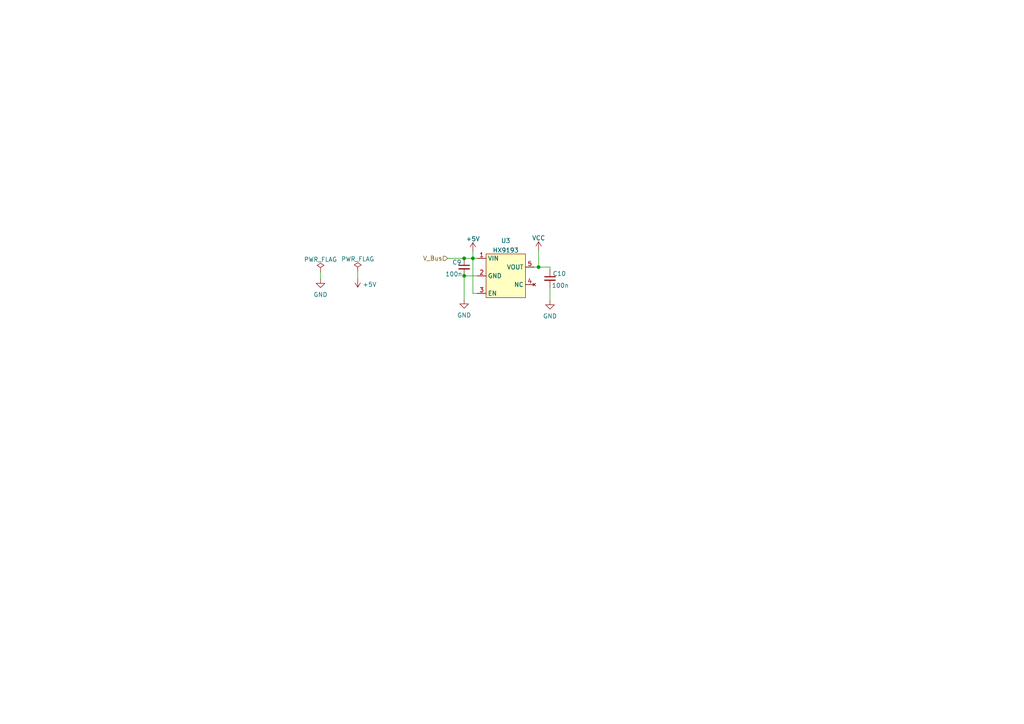
<source format=kicad_sch>
(kicad_sch (version 20211123) (generator eeschema)
  (paper "A4")
  (title_block (title "USB To CAN") (date "2023-05-04") (rev "2.0.1"))
  (lib_symbols
    (symbol "Device:C_Small" (pin_numbers hide) (pin_names (offset 0.254) hide)
      (property "Reference" "C" (at 0.254 1.778 0))
      (property "Value" "C_Small" (at 0.254 -2.032 0))
      (symbol "C_Small_0_1"
        (polyline (pts (xy -1.524 -0.508) (xy 1.524 -0.508)) (stroke (width 0.3302)))
        (polyline (pts (xy -1.524 0.508) (xy 1.524 0.508)) (stroke (width 0.3048)))
      )
      (symbol "C_Small_1_1"
        (pin passive line (at 0 2.54 270) (length 2.032) (name "~") (number "1"))
        (pin passive line (at 0 -2.54 90) (length 2.032) (name "~") (number "2"))
      )
    )
    (symbol "MyLib:HX9193"
      (property "Reference" "U" (at -5.08 7.62 0))
      (property "Value" "HX9193" (at 6.35 7.62 0))
      (symbol "HX9193_0_1"
        (rectangle (start -6.35 6.35) (end 5.08 -6.35) (fill (type background)))
      )
      (symbol "HX9193_1_1"
        (pin power_in line (at -8.89 5.08 0) (length 2.54) (name "VIN") (number "1"))
        (pin passive line (at -8.89 0 0) (length 2.54) (name "GND") (number "2"))
        (pin input line (at -8.89 -5.08 0) (length 2.54) (name "EN") (number "3"))
        (pin no_connect line (at 7.62 -2.54 180) (length 2.54) (name "NC") (number "4"))
        (pin power_out line (at 7.62 2.54 180) (length 2.54) (name "VOUT") (number "5"))
      )
    )
    (symbol "power:+5V" (power) (pin_names (offset 0))
      (property "Value" "+5V" (at 0 3.556 0))
      (symbol "+5V_0_1"
        (polyline (pts (xy -0.762 1.27) (xy 0 2.54)))
        (polyline (pts (xy 0 0) (xy 0 2.54)))
        (polyline (pts (xy 0 2.54) (xy 0.762 1.27)))
      )
      (symbol "+5V_1_1"
        (pin power_in line (at 0 0 90) (length 0) hide (name "+5V") (number "1"))
      )
    )
    (symbol "power:GND" (power) (pin_names (offset 0))
      (property "Value" "GND" (at 0 -3.81 0))
      (symbol "GND_0_1"
        (polyline (pts (xy 0 0) (xy 0 -1.27) (xy 1.27 -1.27) (xy 0 -2.54) (xy -1.27 -1.27) (xy 0 -1.27)))
      )
      (symbol "GND_1_1"
        (pin power_in line (at 0 0 270) (length 0) hide (name "GND") (number "1"))
      )
    )
    (symbol "power:PWR_FLAG" (power) (pin_numbers hide) (pin_names (offset 0) hide)
      (property "Value" "PWR_FLAG" (at 0 3.81 0))
      (symbol "PWR_FLAG_0_0"
        (pin power_out line (at 0 0 90) (length 0) (name "pwr") (number "1"))
      )
      (symbol "PWR_FLAG_0_1"
        (polyline (pts (xy 0 0) (xy 0 1.27) (xy -1.016 1.905) (xy 0 2.54) (xy 1.016 1.905) (xy 0 1.27)))
      )
    )
    (symbol "power:VCC" (power) (pin_names (offset 0))
      (property "Value" "VCC" (at 0 3.81 0))
      (symbol "VCC_0_1"
        (polyline (pts (xy -0.762 1.27) (xy 0 2.54)))
        (polyline (pts (xy 0 0) (xy 0 2.54)))
        (polyline (pts (xy 0 2.54) (xy 0.762 1.27)))
      )
      (symbol "VCC_1_1"
        (pin power_in line (at 0 0 90) (length 0) hide (name "VCC") (number "1"))
      )
    )
  )
  (junction (at 134.62 74.93))
  (junction (at 134.62 80.01))
  (junction (at 137.16 74.93))
  (junction (at 156.21 77.47))
  (wire (pts (xy 129.794 74.93) (xy 134.62 74.93)))
  (wire (pts (xy 138.43 85.09) (xy 137.16 85.09)))
  (wire (pts (xy 137.16 85.09) (xy 137.16 74.93)))
  (wire (pts (xy 156.21 77.47) (xy 159.512 77.47)))
  (wire (pts (xy 103.759 78.74) (xy 103.759 80.772)))
  (wire (pts (xy 134.62 74.93) (xy 137.16 74.93)))
  (wire (pts (xy 159.512 77.47) (xy 159.512 78.232)))
  (wire (pts (xy 156.21 72.644) (xy 156.21 77.47)))
  (wire (pts (xy 138.43 80.01) (xy 134.62 80.01)))
  (wire (pts (xy 92.964 78.867) (xy 92.964 80.899)))
  (wire (pts (xy 137.16 74.93) (xy 138.43 74.93)))
  (wire (pts (xy 156.21 77.47) (xy 154.94 77.47)))
  (wire (pts (xy 134.62 80.01) (xy 134.62 86.868)))
  (wire (pts (xy 159.512 83.312) (xy 159.512 87.122)))
  (wire (pts (xy 137.16 72.898) (xy 137.16 74.93)))
  (hierarchical_label "V_Bus" (shape input) (at 129.794 74.93 180))
  (symbol (lib_id "power:+5V") (at 103.759 80.772 180) (unit 1)
    (property "Reference" "#PWR037" (effects hide))
    (property "Value" "+5V" (at 105.156 82.521 0) (effects (justify right)))
  )
  (symbol (lib_id "power:PWR_FLAG") (at 103.759 78.74 0) (unit 1)
    (property "Reference" "#FLG0102" (effects hide))
    (property "Value" "PWR_FLAG" (at 103.759 75.1355 0))
  )
  (symbol (lib_id "MyLib:HX9193") (at 147.32 80.01 0) (unit 1)
    (property "Reference" "U3" (at 146.685 69.8205 0))
    (property "Value" "HX9193" (at 146.685 72.5956 0))
    (property "Footprint" "library:SOT-23-5_HandSoldering" (effects hide))
    (property "Datasheet" "https://item.szlcsc.com/280543.html" (effects hide))
  )
  (symbol (lib_id "power:GND") (at 92.964 80.899 0) (unit 1)
    (property "Reference" "#PWR038" (effects hide))
    (property "Value" "GND" (at 92.964 85.4615 0))
  )
  (symbol (lib_id "power:PWR_FLAG") (at 92.964 78.867 0) (unit 1)
    (property "Reference" "#FLG0101" (effects hide))
    (property "Value" "PWR_FLAG" (at 92.964 75.2625 0))
  )
  (symbol (lib_id "power:GND") (at 159.512 87.122 0) (unit 1)
    (property "Reference" "#PWR040" (effects hide))
    (property "Value" "GND" (at 159.512 91.6845 0))
  )
  (symbol (lib_id "Device:C_Small") (at 134.62 77.47 0) (unit 1)
    (property "Reference" "C9" (at 133.858 76.073 0) (effects (justify right)))
    (property "Value" "100n" (at 134.112 79.502 0) (effects (justify right)))
    (property "Footprint" "library:C_0603_1608Metric" (effects hide))
  )
  (symbol (lib_id "power:VCC") (at 156.21 72.644 0) (unit 1)
    (property "Reference" "#PWR035" (effects hide))
    (property "Value" "VCC" (at 156.21 69.0395 0))
  )
  (symbol (lib_id "Device:C_Small") (at 159.512 80.772 0) (mirror y) (unit 1)
    (property "Reference" "C10" (at 160.274 79.375 0) (effects (justify right)))
    (property "Value" "100n" (at 160.02 82.804 0) (effects (justify right)))
    (property "Footprint" "library:C_0603_1608Metric" (effects hide))
  )
  (symbol (lib_id "power:+5V") (at 137.16 72.898 0) (unit 1)
    (property "Reference" "#PWR036" (effects hide))
    (property "Value" "+5V" (at 137.16 69.2935 0))
  )
  (symbol (lib_id "power:GND") (at 134.62 86.868 0) (unit 1)
    (property "Reference" "#PWR039" (effects hide))
    (property "Value" "GND" (at 134.62 91.4305 0))
  )
)
</source>
